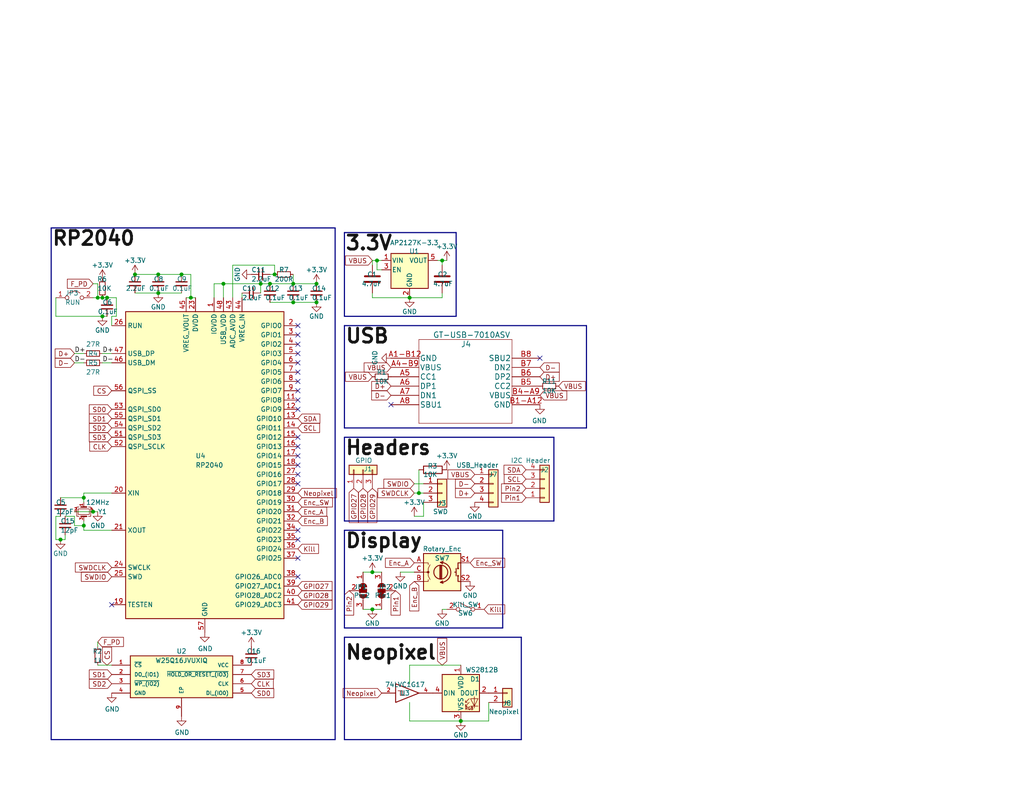
<source format=kicad_sch>
(kicad_sch (version 20230121) (generator eeschema)
  (paper "USLetter")
  (title_block (title "RP2040 V0 Display") (rev "V1") (comment 1 "Derived from TImmit99's V0 Display"))
  (lib_symbols
    (symbol "Device:C" (pin_numbers hide) (pin_names (offset 0.254))
      (property "Reference" "C" (at 0.635 2.54 0))
      (property "Value" "C" (at 0.635 -2.54 0))
      (symbol "C_0_1"
        (polyline (pts (xy -2.032 -0.762) (xy 2.032 -0.762)) (stroke (width 0.508)))
        (polyline (pts (xy -2.032 0.762) (xy 2.032 0.762)) (stroke (width 0.508)))
      )
      (symbol "C_1_1"
        (pin passive line (at 0 3.81 270) (length 2.794) (name "~") (number "1"))
        (pin passive line (at 0 -3.81 90) (length 2.794) (name "~") (number "2"))
      )
    )
    (symbol "Device:C_Small" (pin_numbers hide) (pin_names (offset 0.254) hide)
      (property "Reference" "C" (at 0.254 1.778 0))
      (property "Value" "C_Small" (at 0.254 -2.032 0))
      (symbol "C_Small_0_1"
        (polyline (pts (xy -1.524 -0.508) (xy 1.524 -0.508)) (stroke (width 0.3302)))
        (polyline (pts (xy -1.524 0.508) (xy 1.524 0.508)) (stroke (width 0.3048)))
      )
      (symbol "C_Small_1_1"
        (pin passive line (at 0 2.54 270) (length 2.032) (name "~") (number "1"))
        (pin passive line (at 0 -2.54 90) (length 2.032) (name "~") (number "2"))
      )
    )
    (symbol "Device:Crystal_GND24_Small" (pin_names (offset 1.016) hide)
      (property "Reference" "Y" (at 1.27 4.445 0))
      (property "Value" "Crystal_GND24_Small" (at 1.27 2.54 0))
      (symbol "Crystal_GND24_Small_0_1"
        (rectangle (start -0.762 -1.524) (end 0.762 1.524))
        (polyline (pts (xy -1.27 -0.762) (xy -1.27 0.762)) (stroke (width 0.381)))
        (polyline (pts (xy 1.27 -0.762) (xy 1.27 0.762)) (stroke (width 0.381)))
        (polyline (pts (xy -1.27 -1.27) (xy -1.27 -1.905) (xy 1.27 -1.905) (xy 1.27 -1.27)))
        (polyline (pts (xy -1.27 1.27) (xy -1.27 1.905) (xy 1.27 1.905) (xy 1.27 1.27)))
      )
      (symbol "Crystal_GND24_Small_1_1"
        (pin passive line (at -2.54 0 0) (length 1.27) (name "1") (number "1"))
        (pin passive line (at 0 -2.54 90) (length 0.635) (name "2") (number "2"))
        (pin passive line (at 2.54 0 180) (length 1.27) (name "3") (number "3"))
        (pin passive line (at 0 2.54 270) (length 0.635) (name "4") (number "4"))
      )
    )
    (symbol "Device:R_Small" (pin_numbers hide) (pin_names (offset 0.254) hide)
      (property "Reference" "R" (at 0.762 0.508 0))
      (property "Value" "R_Small" (at 0.762 -1.016 0))
      (symbol "R_Small_0_1"
        (rectangle (start -0.762 1.778) (end 0.762 -1.778) (stroke (width 0.2032)))
      )
      (symbol "R_Small_1_1"
        (pin passive line (at 0 2.54 270) (length 0.762) (name "~") (number "1"))
        (pin passive line (at 0 -2.54 90) (length 0.762) (name "~") (number "2"))
      )
    )
    (symbol "Jumper:Jumper_2_Open" (pin_names (offset 0) hide)
      (property "Reference" "JP" (at 0 2.794 0))
      (property "Value" "Jumper_2_Open" (at 0 -2.286 0))
      (symbol "Jumper_2_Open_0_0"
        (circle (center -2.032 0) (radius 0.508))
        (circle (center 2.032 0) (radius 0.508))
      )
      (symbol "Jumper_2_Open_0_1"
        (arc (start 1.524 1.27) (mid 0 1.778) (end -1.524 1.27))
      )
      (symbol "Jumper_2_Open_1_1"
        (pin passive line (at -5.08 0 0) (length 2.54) (name "A") (number "1"))
        (pin passive line (at 5.08 0 180) (length 2.54) (name "B") (number "2"))
      )
    )
    (symbol "MCU_RaspberryPi:RP2040"
      (property "Reference" "U" (at 17.78 45.72 0))
      (property "Value" "RP2040" (at 17.78 43.18 0))
      (symbol "RP2040_0_1"
        (rectangle (start -21.59 41.91) (end 21.59 -41.91) (stroke (width 0.254)) (fill (type background)))
      )
      (symbol "RP2040_1_1"
        (pin power_in line (at 2.54 45.72 270) (length 3.81) (name "IOVDD") (number "1"))
        (pin passive line (at 2.54 45.72 270) (length 3.81) hide (name "IOVDD") (number "10"))
        (pin bidirectional line (at 25.4 17.78 180) (length 3.81) (name "GPIO8") (number "11"))
        (pin bidirectional line (at 25.4 15.24 180) (length 3.81) (name "GPIO9") (number "12"))
        (pin bidirectional line (at 25.4 12.7 180) (length 3.81) (name "GPIO10") (number "13"))
        (pin bidirectional line (at 25.4 10.16 180) (length 3.81) (name "GPIO11") (number "14"))
        (pin bidirectional line (at 25.4 7.62 180) (length 3.81) (name "GPIO12") (number "15"))
        (pin bidirectional line (at 25.4 5.08 180) (length 3.81) (name "GPIO13") (number "16"))
        (pin bidirectional line (at 25.4 2.54 180) (length 3.81) (name "GPIO14") (number "17"))
        (pin bidirectional line (at 25.4 0 180) (length 3.81) (name "GPIO15") (number "18"))
        (pin input line (at -25.4 -38.1 0) (length 3.81) (name "TESTEN") (number "19"))
        (pin bidirectional line (at 25.4 38.1 180) (length 3.81) (name "GPIO0") (number "2"))
        (pin input line (at -25.4 -7.62 0) (length 3.81) (name "XIN") (number "20"))
        (pin passive line (at -25.4 -17.78 0) (length 3.81) (name "XOUT") (number "21"))
        (pin passive line (at 2.54 45.72 270) (length 3.81) hide (name "IOVDD") (number "22"))
        (pin power_in line (at -2.54 45.72 270) (length 3.81) (name "DVDD") (number "23"))
        (pin output line (at -25.4 -27.94 0) (length 3.81) (name "SWCLK") (number "24"))
        (pin bidirectional line (at -25.4 -30.48 0) (length 3.81) (name "SWD") (number "25"))
        (pin input line (at -25.4 38.1 0) (length 3.81) (name "RUN") (number "26"))
        (pin bidirectional line (at 25.4 -2.54 180) (length 3.81) (name "GPIO16") (number "27"))
        (pin bidirectional line (at 25.4 -5.08 180) (length 3.81) (name "GPIO17") (number "28"))
        (pin bidirectional line (at 25.4 -7.62 180) (length 3.81) (name "GPIO18") (number "29"))
        (pin bidirectional line (at 25.4 35.56 180) (length 3.81) (name "GPIO1") (number "3"))
        (pin bidirectional line (at 25.4 -10.16 180) (length 3.81) (name "GPIO19") (number "30"))
        (pin bidirectional line (at 25.4 -12.7 180) (length 3.81) (name "GPIO20") (number "31"))
        (pin bidirectional line (at 25.4 -15.24 180) (length 3.81) (name "GPIO21") (number "32"))
        (pin passive line (at 2.54 45.72 270) (length 3.81) hide (name "IOVDD") (number "33"))
        (pin bidirectional line (at 25.4 -17.78 180) (length 3.81) (name "GPIO22") (number "34"))
        (pin bidirectional line (at 25.4 -20.32 180) (length 3.81) (name "GPIO23") (number "35"))
        (pin bidirectional line (at 25.4 -22.86 180) (length 3.81) (name "GPIO24") (number "36"))
        (pin bidirectional line (at 25.4 -25.4 180) (length 3.81) (name "GPIO25") (number "37"))
        (pin bidirectional line (at 25.4 -30.48 180) (length 3.81) (name "GPIO26_ADC0") (number "38"))
        (pin bidirectional line (at 25.4 -33.02 180) (length 3.81) (name "GPIO27_ADC1") (number "39"))
        (pin bidirectional line (at 25.4 33.02 180) (length 3.81) (name "GPIO2") (number "4"))
        (pin bidirectional line (at 25.4 -35.56 180) (length 3.81) (name "GPIO28_ADC2") (number "40"))
        (pin bidirectional line (at 25.4 -38.1 180) (length 3.81) (name "GPIO29_ADC3") (number "41"))
        (pin passive line (at 2.54 45.72 270) (length 3.81) hide (name "IOVDD") (number "42"))
        (pin power_in line (at 7.62 45.72 270) (length 3.81) (name "ADC_AVDD") (number "43"))
        (pin power_in line (at 10.16 45.72 270) (length 3.81) (name "VREG_IN") (number "44"))
        (pin power_out line (at -5.08 45.72 270) (length 3.81) (name "VREG_VOUT") (number "45"))
        (pin bidirectional line (at -25.4 27.94 0) (length 3.81) (name "USB_DM") (number "46"))
        (pin bidirectional line (at -25.4 30.48 0) (length 3.81) (name "USB_DP") (number "47"))
        (pin power_in line (at 5.08 45.72 270) (length 3.81) (name "USB_VDD") (number "48"))
        (pin passive line (at 2.54 45.72 270) (length 3.81) hide (name "IOVDD") (number "49"))
        (pin bidirectional line (at 25.4 30.48 180) (length 3.81) (name "GPIO3") (number "5"))
        (pin passive line (at -2.54 45.72 270) (length 3.81) hide (name "DVDD") (number "50"))
        (pin bidirectional line (at -25.4 7.62 0) (length 3.81) (name "QSPI_SD3") (number "51"))
        (pin output line (at -25.4 5.08 0) (length 3.81) (name "QSPI_SCLK") (number "52"))
        (pin bidirectional line (at -25.4 15.24 0) (length 3.81) (name "QSPI_SD0") (number "53"))
        (pin bidirectional line (at -25.4 10.16 0) (length 3.81) (name "QSPI_SD2") (number "54"))
        (pin bidirectional line (at -25.4 12.7 0) (length 3.81) (name "QSPI_SD1") (number "55"))
        (pin bidirectional line (at -25.4 20.32 0) (length 3.81) (name "QSPI_SS") (number "56"))
        (pin power_in line (at 0 -45.72 90) (length 3.81) (name "GND") (number "57"))
        (pin bidirectional line (at 25.4 27.94 180) (length 3.81) (name "GPIO4") (number "6"))
        (pin bidirectional line (at 25.4 25.4 180) (length 3.81) (name "GPIO5") (number "7"))
        (pin bidirectional line (at 25.4 22.86 180) (length 3.81) (name "GPIO6") (number "8"))
        (pin bidirectional line (at 25.4 20.32 180) (length 3.81) (name "GPIO7") (number "9"))
      )
    )
    (symbol "V0_Display:74LVC1G17" (pin_names (offset 1.016))
      (property "Reference" "U" (at -2.54 3.81 0))
      (property "Value" "74LVC1G17" (at 0 -3.81 0))
      (symbol "74LVC1G17_0_1"
        (polyline (pts (xy -2.54 0.635) (xy -1.905 0.635) (xy -1.905 -0.635)))
        (polyline (pts (xy -3.81 2.54) (xy -3.81 -2.54) (xy 2.54 0) (xy -3.81 2.54)) (stroke (width 0.254)))
        (polyline (pts (xy -3.175 0.635) (xy -2.54 0.635) (xy -2.54 -0.635) (xy -1.27 -0.635)))
      )
      (symbol "74LVC1G17_1_1"
        (pin input line (at -7.62 0 0) (length 3.81) (name "~") (number "2"))
        (pin power_in line (at 0 -2.54 270) (length 0) hide (name "GND") (number "3"))
        (pin output line (at 6.35 0 180) (length 3.81) (name "~") (number "4"))
        (pin power_in line (at 0 2.54 90) (length 0) hide (name "VCC") (number "5"))
      )
    )
    (symbol "V0_Display:AP2127K-3.3" (pin_names (offset 0.254))
      (property "Reference" "U" (at -5.08 5.715 0))
      (property "Value" "AP2127K-3.3" (at 0 5.715 0))
      (symbol "AP2127K-3.3_0_1"
        (rectangle (start -5.08 4.445) (end 5.08 -5.08) (stroke (width 0.254)) (fill (type background)))
      )
      (symbol "AP2127K-3.3_1_1"
        (pin power_in line (at -7.62 2.54 0) (length 2.54) (name "VIN") (number "1"))
        (pin power_in line (at 0 -7.62 90) (length 2.54) (name "GND") (number "2"))
        (pin input line (at -7.62 0 0) (length 2.54) (name "EN") (number "3"))
        (pin no_connect line (at 7.62 0 180) (length 2.54) hide (name "NC") (number "4"))
        (pin power_out line (at 7.62 2.54 180) (length 2.54) (name "VOUT") (number "5"))
      )
    )
    (symbol "V0_Display:Conn_01x02" (pin_names (offset 1.016) hide)
      (property "Reference" "J" (at 0 2.54 0))
      (property "Value" "Conn_01x02" (at 0 -5.08 0))
      (symbol "Conn_01x02_1_1"
        (rectangle (start -1.27 -2.413) (end 0 -2.667) (stroke (width 0.1524)))
        (rectangle (start -1.27 0.127) (end 0 -0.127) (stroke (width 0.1524)))
        (rectangle (start -1.27 1.27) (end 1.27 -3.81) (stroke (width 0.254)) (fill (type background)))
        (pin passive line (at -5.08 0 0) (length 3.81) (name "Pin_1") (number "1"))
        (pin passive line (at -5.08 -2.54 0) (length 3.81) (name "Pin_2") (number "2"))
      )
    )
    (symbol "V0_Display:Conn_01x03" (pin_names (offset 1.016) hide)
      (property "Reference" "J" (at 0 5.08 0))
      (property "Value" "Conn_01x03" (at 0 -5.08 0))
      (symbol "Conn_01x03_1_1"
        (rectangle (start -1.27 -2.413) (end 0 -2.667) (stroke (width 0.1524)))
        (rectangle (start -1.27 0.127) (end 0 -0.127) (stroke (width 0.1524)))
        (rectangle (start -1.27 2.667) (end 0 2.413) (stroke (width 0.1524)))
        (rectangle (start -1.27 3.81) (end 1.27 -3.81) (stroke (width 0.254)) (fill (type background)))
        (pin passive line (at -5.08 2.54 0) (length 3.81) (name "Pin_1") (number "1"))
        (pin passive line (at -5.08 0 0) (length 3.81) (name "Pin_2") (number "2"))
        (pin passive line (at -5.08 -2.54 0) (length 3.81) (name "Pin_3") (number "3"))
      )
    )
    (symbol "V0_Display:Conn_01x04" (pin_names (offset 1.016) hide)
      (property "Reference" "J" (at 0 5.08 0))
      (property "Value" "Conn_01x04" (at 0 -7.62 0))
      (symbol "Conn_01x04_1_1"
        (rectangle (start -1.27 -4.953) (end 0 -5.207) (stroke (width 0.1524)))
        (rectangle (start -1.27 -2.413) (end 0 -2.667) (stroke (width 0.1524)))
        (rectangle (start -1.27 0.127) (end 0 -0.127) (stroke (width 0.1524)))
        (rectangle (start -1.27 2.667) (end 0 2.413) (stroke (width 0.1524)))
        (rectangle (start -1.27 3.81) (end 1.27 -6.35) (stroke (width 0.254)) (fill (type background)))
        (pin passive line (at -5.08 2.54 0) (length 3.81) (name "Pin_1") (number "1"))
        (pin passive line (at -5.08 0 0) (length 3.81) (name "Pin_2") (number "2"))
        (pin passive line (at -5.08 -2.54 0) (length 3.81) (name "Pin_3") (number "3"))
        (pin passive line (at -5.08 -5.08 0) (length 3.81) (name "Pin_4") (number "4"))
      )
    )
    (symbol "V0_Display:R" (pin_numbers hide) (pin_names (offset 0))
      (property "Reference" "R" (at 2.032 0 90))
      (property "Value" "R" (at 0 0 90))
      (symbol "R_0_1"
        (rectangle (start -1.016 -2.54) (end 1.016 2.54) (stroke (width 0.254)))
      )
      (symbol "R_1_1"
        (pin passive line (at 0 3.81 270) (length 1.27) (name "~") (number "1"))
        (pin passive line (at 0 -3.81 90) (length 1.27) (name "~") (number "2"))
      )
    )
    (symbol "V0_Display:Rotary_Encoder_Switch" (pin_names (offset 0.254) hide)
      (property "Reference" "SW" (at 0 6.604 0))
      (property "Value" "Rotary_Encoder_Switch" (at 0 -6.604 0))
      (symbol "Rotary_Encoder_Switch_0_1"
        (rectangle (start -5.08 5.08) (end 5.08 -5.08) (stroke (width 0.254)) (fill (type background)))
        (circle (center -3.81 0) (radius 0.254) (fill (type outline)))
        (arc (start -0.381 -2.794) (mid 2.3376 -0.0635) (end -0.381 2.667) (stroke (width 0.254)))
        (circle (center -0.381 0) (radius 1.905) (stroke (width 0.254)))
        (polyline (pts (xy -0.635 -1.778) (xy -0.635 1.778)) (stroke (width 0.254)))
        (polyline (pts (xy -0.381 -1.778) (xy -0.381 1.778)) (stroke (width 0.254)))
        (polyline (pts (xy -0.127 1.778) (xy -0.127 -1.778)) (stroke (width 0.254)))
        (polyline (pts (xy 3.81 0) (xy 3.429 0)) (stroke (width 0.254)))
        (polyline (pts (xy 3.81 1.016) (xy 3.81 -1.016)) (stroke (width 0.254)))
        (polyline (pts (xy -5.08 -2.54) (xy -3.81 -2.54) (xy -3.81 -2.032)))
        (polyline (pts (xy -5.08 2.54) (xy -3.81 2.54) (xy -3.81 2.032)))
        (polyline (pts (xy 0.254 -3.048) (xy -0.508 -2.794) (xy 0.127 -2.413)) (stroke (width 0.254)))
        (polyline (pts (xy 0.254 2.921) (xy -0.508 2.667) (xy 0.127 2.286)) (stroke (width 0.254)))
        (polyline (pts (xy 5.08 -2.54) (xy 4.318 -2.54) (xy 4.318 -1.016)) (stroke (width 0.254)))
        (polyline (pts (xy 5.08 2.54) (xy 4.318 2.54) (xy 4.318 1.016)) (stroke (width 0.254)))
        (polyline (pts (xy -5.08 0) (xy -3.81 0) (xy -3.81 -1.016) (xy -3.302 -2.032)))
        (polyline (pts (xy -4.318 0) (xy -3.81 0) (xy -3.81 1.016) (xy -3.302 2.032)))
        (circle (center 4.318 -1.016) (radius 0.127) (stroke (width 0.254)))
        (circle (center 4.318 1.016) (radius 0.127) (stroke (width 0.254)))
      )
      (symbol "Rotary_Encoder_Switch_1_1"
        (pin passive line (at -7.62 2.54 0) (length 2.54) (name "A") (number "A"))
        (pin passive line (at -7.62 -2.54 0) (length 2.54) (name "B") (number "B"))
        (pin passive line (at -7.62 0 0) (length 2.54) (name "C") (number "C"))
        (pin passive line (at 7.62 2.54 180) (length 2.54) (name "S1") (number "S1"))
        (pin passive line (at 7.62 -2.54 180) (length 2.54) (name "S2") (number "S2"))
      )
    )
    (symbol "V0_Display:SW_SPST" (pin_names (offset 0) hide)
      (property "Reference" "SW" (at 0 3.175 0))
      (property "Value" "SW_SPST" (at 0 -2.54 0))
      (symbol "SW_SPST_0_0"
        (circle (center -2.032 0) (radius 0.508))
        (polyline (pts (xy -1.524 0.254) (xy 1.524 1.778)))
        (circle (center 2.032 0) (radius 0.508))
      )
      (symbol "SW_SPST_1_1"
        (pin passive line (at -5.08 0 0) (length 2.54) (name "A") (number "1"))
        (pin passive line (at 5.08 0 180) (length 2.54) (name "B") (number "2"))
      )
    )
    (symbol "V0_Display:SolderJumper_3_Bridged12" (pin_names (offset 0) hide)
      (property "Reference" "JP" (at -2.54 -2.54 0))
      (property "Value" "SolderJumper_3_Bridged12" (at 0 2.794 0))
      (symbol "SolderJumper_3_Bridged12_0_1"
        (rectangle (start -1.016 0.508) (end -0.508 -0.508) (fill (type outline)))
        (arc (start -1.016 1.016) (mid -2.0276 0) (end -1.016 -1.016))
        (arc (start -1.016 1.016) (mid -2.0276 0) (end -1.016 -1.016) (fill (type outline)))
        (rectangle (start -0.508 1.016) (end 0.508 -1.016) (fill (type outline)))
        (polyline (pts (xy -2.54 0) (xy -2.032 0)))
        (polyline (pts (xy -1.016 1.016) (xy -1.016 -1.016)))
        (polyline (pts (xy 0 -1.27) (xy 0 -1.016)))
        (polyline (pts (xy 1.016 1.016) (xy 1.016 -1.016)))
        (polyline (pts (xy 2.54 0) (xy 2.032 0)))
        (arc (start 1.016 -1.016) (mid 2.0276 0) (end 1.016 1.016))
        (arc (start 1.016 -1.016) (mid 2.0276 0) (end 1.016 1.016) (fill (type outline)))
      )
      (symbol "SolderJumper_3_Bridged12_1_1"
        (pin passive line (at -5.08 0 0) (length 2.54) (name "A") (number "1"))
        (pin input line (at 0 -3.81 90) (length 2.54) (name "C") (number "2"))
        (pin passive line (at 5.08 0 180) (length 2.54) (name "B") (number "3"))
      )
    )
    (symbol "V0_Display:WS2812B" (pin_names (offset 0.254))
      (property "Reference" "D" (at 5.08 5.715 0))
      (property "Value" "WS2812B" (at 1.27 -5.715 0))
      (symbol "WS2812B_0_0"
        (text "RGB" (at 2.286 -4.191 0) (effects (font (size 0.762 0.762))))
      )
      (symbol "WS2812B_0_1"
        (polyline (pts (xy 1.27 -3.556) (xy 1.778 -3.556)))
        (polyline (pts (xy 1.27 -2.54) (xy 1.778 -2.54)))
        (polyline (pts (xy 4.699 -3.556) (xy 2.667 -3.556)))
        (polyline (pts (xy 2.286 -2.54) (xy 1.27 -3.556) (xy 1.27 -3.048)))
        (polyline (pts (xy 2.286 -1.524) (xy 1.27 -2.54) (xy 1.27 -2.032)))
        (polyline (pts (xy 3.683 -1.016) (xy 3.683 -3.556) (xy 3.683 -4.064)))
        (polyline (pts (xy 4.699 -1.524) (xy 2.667 -1.524) (xy 3.683 -3.556) (xy 4.699 -1.524)))
        (rectangle (start 5.08 5.08) (end -5.08 -5.08) (stroke (width 0.254)) (fill (type background)))
      )
      (symbol "WS2812B_1_1"
        (pin power_in line (at 0 7.62 270) (length 2.54) (name "VDD") (number "1"))
        (pin output line (at 7.62 0 180) (length 2.54) (name "DOUT") (number "2"))
        (pin power_in line (at 0 -7.62 90) (length 2.54) (name "VSS") (number "3"))
        (pin input line (at -7.62 0 0) (length 2.54) (name "DIN") (number "4"))
      )
    )
    (symbol "W25Q16JVUXIQ:W25Q16JVUXIQ" (pin_names (offset 1.016))
      (property "Reference" "U" (at 13.97 6.35 0))
      (property "Value" "W25Q16JVUXIQ" (at 13.97 3.81 0))
      (symbol "W25Q16JVUXIQ_0_0"
        (rectangle (start 5.08 2.54) (end 33.02 -8.89) (stroke (width 0.254)) (fill (type background)))
        (pin bidirectional line (at 0 0 0) (length 5.08) (name "~{CS}") (number "1"))
        (pin bidirectional line (at 0 -2.54 0) (length 5.08) (name "DO_(IO1)") (number "2"))
        (pin bidirectional line (at 0 -5.08 0) (length 5.08) (name "~{WP_(IO2)}") (number "3"))
        (pin bidirectional line (at 0 -7.62 0) (length 5.08) (name "GND") (number "4"))
        (pin bidirectional line (at 38.1 -7.62 180) (length 5.08) (name "DI_(IO0)") (number "5"))
        (pin bidirectional line (at 38.1 -5.08 180) (length 5.08) (name "CLK") (number "6"))
        (pin bidirectional line (at 38.1 -2.54 180) (length 5.08) (name "~{HOLD_OR_RESET_(IO3)}") (number "7"))
        (pin bidirectional line (at 38.1 0 180) (length 5.08) (name "VCC") (number "8"))
        (pin bidirectional line (at 19.05 -13.97 90) (length 5.08) (name "EP") (number "9"))
      )
    )
    (symbol "power:+3.3V" (power) (pin_names (offset 0))
      (property "Value" "+3.3V" (at 0 3.556 0))
      (symbol "+3.3V_0_1"
        (polyline (pts (xy -0.762 1.27) (xy 0 2.54)))
        (polyline (pts (xy 0 0) (xy 0 2.54)))
        (polyline (pts (xy 0 2.54) (xy 0.762 1.27)))
      )
      (symbol "+3.3V_1_1"
        (pin power_in line (at 0 0 90) (length 0) hide (name "+3.3V") (number "1"))
      )
    )
    (symbol "power:GND" (power) (pin_names (offset 0))
      (property "Value" "GND" (at 0 -3.81 0))
      (symbol "GND_0_1"
        (polyline (pts (xy 0 0) (xy 0 -1.27) (xy 1.27 -1.27) (xy 0 -2.54) (xy -1.27 -1.27) (xy 0 -1.27)))
      )
      (symbol "GND_1_1"
        (pin power_in line (at 0 0 270) (length 0) hide (name "GND") (number "1"))
      )
    )
    (symbol "ul_USB4105-GF-A:USB4105-GF-A" (pin_names (offset 0.254))
      (property "Reference" "J" (at 20.32 10.16 0))
      (property "Value" "USB4105-GF-A" (at 20.32 7.62 0))
      (symbol "USB4105-GF-A_1_1"
        (polyline (pts (xy 7.62 -17.78) (xy 33.02 -17.78)) (stroke (width 0.127)))
        (polyline (pts (xy 7.62 5.08) (xy 7.62 -17.78)) (stroke (width 0.127)))
        (polyline (pts (xy 33.02 -17.78) (xy 33.02 5.08)) (stroke (width 0.127)))
        (polyline (pts (xy 33.02 5.08) (xy 7.62 5.08)) (stroke (width 0.127)))
        (pin power_in line (at 0 0 0) (length 7.62) (name "GND") (number "A1-B12"))
        (pin power_in line (at 0 -2.54 0) (length 7.62) (name "VBUS") (number "A4-B9"))
        (pin bidirectional line (at 0 -5.08 0) (length 7.62) (name "CC1") (number "A5"))
        (pin bidirectional line (at 0 -7.62 0) (length 7.62) (name "DP1") (number "A6"))
        (pin bidirectional line (at 0 -10.16 0) (length 7.62) (name "DN1") (number "A7"))
        (pin bidirectional line (at 0 -12.7 0) (length 7.62) (name "SBU1") (number "A8"))
        (pin power_in line (at 40.64 -12.7 180) (length 7.62) (name "GND") (number "B1-A12"))
        (pin power_in line (at 40.64 -10.16 180) (length 7.62) (name "VBUS") (number "B4-A9"))
        (pin bidirectional line (at 40.64 -7.62 180) (length 7.62) (name "CC2") (number "B5"))
        (pin bidirectional line (at 40.64 -5.08 180) (length 7.62) (name "DP2") (number "B6"))
        (pin bidirectional line (at 40.64 -2.54 180) (length 7.62) (name "DN2") (number "B7"))
        (pin bidirectional line (at 40.64 0 180) (length 7.62) (name "SBU2") (number "B8"))
      )
    )
  )
  (junction (at 25.4 139.7))
  (junction (at 86.36 82.55))
  (junction (at 22.86 135.89))
  (junction (at 43.18 74.93))
  (junction (at 43.18 80.01))
  (junction (at 74.93 74.93))
  (junction (at 49.53 74.93))
  (junction (at 27.94 81.28))
  (junction (at 73.66 77.47))
  (junction (at 102.87 71.12))
  (junction (at 26.67 81.28))
  (junction (at 101.6 166.37))
  (junction (at 60.96 77.47))
  (junction (at 86.36 77.47))
  (junction (at 120.65 71.12))
  (junction (at 27.94 86.36))
  (junction (at 80.01 82.55))
  (junction (at 22.86 143.51))
  (junction (at 114.3 134.62))
  (junction (at 80.01 77.47))
  (junction (at 52.07 81.28))
  (junction (at 101.6 156.21))
  (junction (at 36.83 74.93))
  (junction (at 125.73 196.85))
  (junction (at 71.12 77.47))
  (junction (at 111.76 81.28))
  (junction (at 29.21 81.28))
  (junction (at 16.51 147.32))
  (no_connect (at 81.28 91.44))
  (no_connect (at 81.28 121.92))
  (no_connect (at 81.28 93.98))
  (no_connect (at 81.28 144.78))
  (no_connect (at 81.28 106.68))
  (no_connect (at 81.28 96.52))
  (no_connect (at 106.68 110.49))
  (no_connect (at 81.28 111.76))
  (no_connect (at 81.28 157.48))
  (no_connect (at 81.28 129.54))
  (no_connect (at 81.28 127))
  (no_connect (at 81.28 109.22))
  (no_connect (at 81.28 132.08))
  (no_connect (at 81.28 147.32))
  (no_connect (at 81.28 88.9))
  (no_connect (at 81.28 152.4))
  (no_connect (at 81.28 101.6))
  (no_connect (at 147.32 97.79))
  (no_connect (at 81.28 99.06))
  (no_connect (at 81.28 124.46))
  (no_connect (at 30.48 165.1))
  (no_connect (at 81.28 104.14))
  (no_connect (at 81.28 119.38))
  (wire (pts (xy 16.51 140.97) (xy 15.24 140.97)))
  (wire (pts (xy 111.76 81.28) (xy 120.65 81.28)))
  (wire (pts (xy 36.83 80.01) (xy 43.18 80.01)))
  (wire (pts (xy 52.07 74.93) (xy 52.07 81.28)))
  (wire (pts (xy 133.35 191.77) (xy 133.35 196.85)))
  (bus (pts (xy 160.02 116.84) (xy 160.02 88.9)))
  (wire (pts (xy 113.03 134.62) (xy 114.3 134.62)))
  (bus (pts (xy 93.98 142.24) (xy 151.13 142.24)))
  (bus (pts (xy 93.98 119.38) (xy 151.13 119.38)))
  (wire (pts (xy 22.86 134.62) (xy 22.86 135.89)))
  (bus (pts (xy 13.97 201.93) (xy 13.97 62.23)))
  (bus (pts (xy 93.98 86.36) (xy 124.46 86.36)))
  (wire (pts (xy 27.94 99.06) (xy 30.48 99.06)))
  (wire (pts (xy 30.48 134.62) (xy 22.86 134.62)))
  (wire (pts (xy 99.06 166.37) (xy 101.6 166.37)))
  (wire (pts (xy 115.57 137.16) (xy 115.57 140.97)))
  (wire (pts (xy 73.66 82.55) (xy 80.01 82.55)))
  (bus (pts (xy 124.46 63.5) (xy 93.98 63.5)))
  (wire (pts (xy 27.94 81.28) (xy 29.21 81.28)))
  (wire (pts (xy 52.07 81.28) (xy 53.34 81.28)))
  (wire (pts (xy 31.75 86.36) (xy 31.75 81.28)))
  (wire (pts (xy 101.6 166.37) (xy 104.14 166.37)))
  (wire (pts (xy 27.94 96.52) (xy 30.48 96.52)))
  (wire (pts (xy 30.48 86.36) (xy 31.75 86.36)))
  (wire (pts (xy 25.4 81.28) (xy 26.67 81.28)))
  (wire (pts (xy 71.12 77.47) (xy 73.66 77.47)))
  (wire (pts (xy 36.83 74.93) (xy 43.18 74.93)))
  (wire (pts (xy 15.24 81.28) (xy 15.24 86.36)))
  (wire (pts (xy 111.76 181.61) (xy 125.73 181.61)))
  (wire (pts (xy 15.24 86.36) (xy 27.94 86.36)))
  (wire (pts (xy 43.18 80.01) (xy 49.53 80.01)))
  (wire (pts (xy 22.86 142.24) (xy 22.86 143.51)))
  (bus (pts (xy 137.16 171.45) (xy 137.16 144.78)))
  (wire (pts (xy 101.6 81.28) (xy 111.76 81.28)))
  (bus (pts (xy 93.98 63.5) (xy 93.98 86.36)))
  (wire (pts (xy 104.14 73.66) (xy 102.87 73.66)))
  (wire (pts (xy 20.32 140.97) (xy 20.32 143.51)))
  (wire (pts (xy 80.01 74.93) (xy 80.01 77.47)))
  (bus (pts (xy 93.98 88.9) (xy 160.02 88.9)))
  (wire (pts (xy 20.32 99.06) (xy 22.86 99.06)))
  (wire (pts (xy 58.42 77.47) (xy 60.96 77.47)))
  (wire (pts (xy 101.6 72.39) (xy 101.6 71.12)))
  (wire (pts (xy 73.66 77.47) (xy 80.01 77.47)))
  (bus (pts (xy 124.46 86.36) (xy 124.46 63.5)))
  (wire (pts (xy 133.35 196.85) (xy 125.73 196.85)))
  (wire (pts (xy 26.67 77.47) (xy 26.67 81.28)))
  (wire (pts (xy 20.32 96.52) (xy 22.86 96.52)))
  (wire (pts (xy 22.86 135.89) (xy 22.86 137.16)))
  (wire (pts (xy 121.92 71.12) (xy 120.65 71.12)))
  (bus (pts (xy 137.16 144.78) (xy 93.98 144.78)))
  (wire (pts (xy 25.4 139.7) (xy 26.67 139.7)))
  (bus (pts (xy 91.44 62.23) (xy 91.44 201.93)))
  (bus (pts (xy 142.24 173.99) (xy 93.98 173.99)))
  (wire (pts (xy 120.65 166.37) (xy 121.92 166.37)))
  (wire (pts (xy 60.96 77.47) (xy 60.96 81.28)))
  (wire (pts (xy 26.67 181.61) (xy 30.48 181.61)))
  (wire (pts (xy 101.6 156.21) (xy 104.14 156.21)))
  (wire (pts (xy 74.93 72.39) (xy 63.5 72.39)))
  (wire (pts (xy 15.24 140.97) (xy 15.24 147.32)))
  (wire (pts (xy 111.76 191.77) (xy 111.76 196.85)))
  (wire (pts (xy 15.24 147.32) (xy 16.51 147.32)))
  (bus (pts (xy 93.98 144.78) (xy 93.98 171.45)))
  (bus (pts (xy 13.97 62.23) (xy 91.44 62.23)))
  (wire (pts (xy 102.87 73.66) (xy 102.87 71.12)))
  (wire (pts (xy 60.96 77.47) (xy 71.12 77.47)))
  (wire (pts (xy 49.53 74.93) (xy 52.07 74.93)))
  (bus (pts (xy 93.98 116.84) (xy 160.02 116.84)))
  (wire (pts (xy 26.67 81.28) (xy 27.94 81.28)))
  (wire (pts (xy 63.5 72.39) (xy 63.5 81.28)))
  (wire (pts (xy 66.04 80.01) (xy 66.04 81.28)))
  (bus (pts (xy 93.98 173.99) (xy 93.98 201.93)))
  (wire (pts (xy 80.01 77.47) (xy 86.36 77.47)))
  (bus (pts (xy 93.98 119.38) (xy 93.98 142.24)))
  (bus (pts (xy 142.24 201.93) (xy 142.24 173.99)))
  (wire (pts (xy 74.93 72.39) (xy 74.93 74.93)))
  (wire (pts (xy 120.65 80.01) (xy 120.65 81.28)))
  (wire (pts (xy 71.12 77.47) (xy 71.12 80.01)))
  (wire (pts (xy 58.42 81.28) (xy 58.42 77.47)))
  (wire (pts (xy 22.86 143.51) (xy 22.86 144.78)))
  (wire (pts (xy 120.65 72.39) (xy 120.65 71.12)))
  (wire (pts (xy 73.66 74.93) (xy 74.93 74.93)))
  (wire (pts (xy 111.76 196.85) (xy 125.73 196.85)))
  (wire (pts (xy 119.38 71.12) (xy 120.65 71.12)))
  (wire (pts (xy 20.32 139.7) (xy 25.4 139.7)))
  (bus (pts (xy 93.98 171.45) (xy 137.16 171.45)))
  (wire (pts (xy 25.4 77.47) (xy 26.67 77.47)))
  (wire (pts (xy 99.06 156.21) (xy 101.6 156.21)))
  (wire (pts (xy 101.6 71.12) (xy 102.87 71.12)))
  (wire (pts (xy 43.18 74.93) (xy 49.53 74.93)))
  (wire (pts (xy 17.78 146.05) (xy 17.78 147.32)))
  (wire (pts (xy 16.51 135.89) (xy 22.86 135.89)))
  (wire (pts (xy 115.57 132.08) (xy 113.03 132.08)))
  (wire (pts (xy 17.78 140.97) (xy 20.32 140.97)))
  (wire (pts (xy 17.78 147.32) (xy 16.51 147.32)))
  (wire (pts (xy 20.32 143.51) (xy 22.86 143.51)))
  (wire (pts (xy 30.48 144.78) (xy 22.86 144.78)))
  (wire (pts (xy 30.48 88.9) (xy 30.48 86.36)))
  (wire (pts (xy 113.03 156.21) (xy 109.22 156.21)))
  (bus (pts (xy 91.44 201.93) (xy 13.97 201.93)))
  (wire (pts (xy 102.87 71.12) (xy 104.14 71.12)))
  (wire (pts (xy 26.67 175.26) (xy 26.67 176.53)))
  (wire (pts (xy 114.3 128.27) (xy 114.3 134.62)))
  (wire (pts (xy 50.8 81.28) (xy 52.07 81.28)))
  (wire (pts (xy 111.76 181.61) (xy 111.76 186.69)))
  (bus (pts (xy 93.98 88.9) (xy 93.98 116.84)))
  (wire (pts (xy 113.03 140.97) (xy 115.57 140.97)))
  (wire (pts (xy 29.21 81.28) (xy 31.75 81.28)))
  (wire (pts (xy 101.6 80.01) (xy 101.6 81.28)))
  (bus (pts (xy 93.98 201.93) (xy 142.24 201.93)))
  (wire (pts (xy 27.94 86.36) (xy 29.21 86.36)))
  (wire (pts (xy 114.3 134.62) (xy 115.57 134.62)))
  (wire (pts (xy 80.01 82.55) (xy 86.36 82.55)))
  (bus (pts (xy 151.13 119.38) (xy 151.13 142.24)))
  (label "D+" (at 20.32 96.52 0))
  (label "USB" (at 93.98 95.25 0) (effects (font (size 3.81 3.81) (thickness 0.762) bold)))
  (label "Neopixel" (at 93.98 181.61 0) (effects (font (size 3.81 3.81) (thickness 0.762) bold)))
  (label "RP2040" (at 13.97 68.58 0) (effects (font (size 3.81 3.81) (thickness 0.762) bold)))
  (label "3.3V" (at 93.98 69.85 0) (effects (font (size 3.81 3.81) (thickness 0.762) bold)))
  (label "Display" (at 93.98 151.13 0) (effects (font (size 3.81 3.81) (thickness 0.762) bold)))
  (label "D+" (at 27.94 96.52 0))
  (label "D-" (at 27.94 99.06 0))
  (label "D-" (at 20.32 99.06 0))
  (label "Headers" (at 93.98 125.73 0) (effects (font (size 3.81 3.81) (thickness 0.762) bold)))
  (global_label "Enc_SW" (shape input) (at 128.27 153.67 0) (property "Intersheetrefs" "${INTERSHEET_REFS}" (effects hide)))
  (global_label "Enc_B" (shape input) (at 113.03 158.75 270) (property "Intersheetrefs" "${INTERSHEET_REFS}" (effects hide)))
  (global_label "Enc_SW" (shape input) (at 81.28 137.16 0) (property "Intersheetrefs" "${INTERSHEET_REFS}" (effects hide)))
  (global_label "Pin2" (shape input) (at 95.25 161.29 270) (property "Intersheetrefs" "${INTERSHEET_REFS}" (effects hide)))
  (global_label "GPIO29" (shape input) (at 81.28 165.1 0) (property "Intersheetrefs" "${INTERSHEET_REFS}" (effects hide)))
  (global_label "SD2" (shape input) (at 30.48 116.84 180) (property "Intersheetrefs" "${INTERSHEET_REFS}" (effects hide)))
  (global_label "Pin2" (shape input) (at 143.51 133.35 180) (property "Intersheetrefs" "${INTERSHEET_REFS}" (effects hide)))
  (global_label "Pin1" (shape input) (at 107.95 161.29 270) (property "Intersheetrefs" "${INTERSHEET_REFS}" (effects hide)))
  (global_label "SD1" (shape input) (at 30.48 114.3 180) (property "Intersheetrefs" "${INTERSHEET_REFS}" (effects hide)))
  (global_label "GPIO29" (shape input) (at 101.6 133.35 270) (property "Intersheetrefs" "${INTERSHEET_REFS}" (effects hide)))
  (global_label "VBUS" (shape input) (at 101.6 71.12 180) (property "Intersheetrefs" "${INTERSHEET_REFS}" (effects hide)))
  (global_label "Pin1" (shape input) (at 143.51 135.89 180) (property "Intersheetrefs" "${INTERSHEET_REFS}" (effects hide)))
  (global_label "D+" (shape input) (at 129.54 134.62 180) (property "Intersheetrefs" "${INTERSHEET_REFS}" (effects hide)))
  (global_label "CLK" (shape input) (at 30.48 121.92 180) (property "Intersheetrefs" "${INTERSHEET_REFS}" (effects hide)))
  (global_label "Enc_B" (shape input) (at 81.28 142.24 0) (property "Intersheetrefs" "${INTERSHEET_REFS}" (effects hide)))
  (global_label "SWDCLK" (shape input) (at 113.03 134.62 180) (property "Intersheetrefs" "${INTERSHEET_REFS}" (effects hide)))
  (global_label "SWDCLK" (shape input) (at 30.48 154.94 180) (property "Intersheetrefs" "${INTERSHEET_REFS}" (effects hide)))
  (global_label "D-" (shape input) (at 20.32 99.06 180) (property "Intersheetrefs" "${INTERSHEET_REFS}" (effects hide)))
  (global_label "Neopixel" (shape input) (at 104.14 189.23 180) (property "Intersheetrefs" "${INTERSHEET_REFS}" (effects hide)))
  (global_label "SD2" (shape input) (at 30.48 186.69 180) (property "Intersheetrefs" "${INTERSHEET_REFS}" (effects hide)))
  (global_label "VBUS" (shape input) (at 106.68 100.33 180) (property "Intersheetrefs" "${INTERSHEET_REFS}" (effects hide)))
  (global_label "SD3" (shape input) (at 68.58 184.15 0) (property "Intersheetrefs" "${INTERSHEET_REFS}" (effects hide)))
  (global_label "F_PD" (shape input) (at 25.4 77.47 180) (property "Intersheetrefs" "${INTERSHEET_REFS}" (effects hide)))
  (global_label "SWDIO" (shape input) (at 30.48 157.48 180) (property "Intersheetrefs" "${INTERSHEET_REFS}" (effects hide)))
  (global_label "VBUS" (shape input) (at 120.65 181.61 90) (property "Intersheetrefs" "${INTERSHEET_REFS}" (effects hide)))
  (global_label "GPIO27" (shape input) (at 81.28 160.02 0) (property "Intersheetrefs" "${INTERSHEET_REFS}" (effects hide)))
  (global_label "D+" (shape input) (at 147.32 102.87 0) (property "Intersheetrefs" "${INTERSHEET_REFS}" (effects hide)))
  (global_label "D+" (shape input) (at 20.32 96.52 180) (property "Intersheetrefs" "${INTERSHEET_REFS}" (effects hide)))
  (global_label "D-" (shape input) (at 147.32 100.33 0) (property "Intersheetrefs" "${INTERSHEET_REFS}" (effects hide)))
  (global_label "SCL" (shape input) (at 143.51 130.81 180) (property "Intersheetrefs" "${INTERSHEET_REFS}" (effects hide)))
  (global_label "D+" (shape input) (at 106.68 105.41 180) (property "Intersheetrefs" "${INTERSHEET_REFS}" (effects hide)))
  (global_label "SD0" (shape input) (at 68.58 189.23 0) (property "Intersheetrefs" "${INTERSHEET_REFS}" (effects hide)))
  (global_label "SCL" (shape input) (at 81.28 116.84 0) (property "Intersheetrefs" "${INTERSHEET_REFS}" (effects hide)))
  (global_label "CLK" (shape input) (at 68.58 186.69 0) (property "Intersheetrefs" "${INTERSHEET_REFS}" (effects hide)))
  (global_label "CS" (shape input) (at 30.48 106.68 180) (property "Intersheetrefs" "${INTERSHEET_REFS}" (effects hide)))
  (global_label "GPIO28" (shape input) (at 81.28 162.56 0) (property "Intersheetrefs" "${INTERSHEET_REFS}" (effects hide)))
  (global_label "GPIO28" (shape input) (at 99.06 133.35 270) (property "Intersheetrefs" "${INTERSHEET_REFS}" (effects hide)))
  (global_label "Kill" (shape input) (at 81.28 149.86 0) (property "Intersheetrefs" "${INTERSHEET_REFS}" (effects hide)))
  (global_label "VBUS" (shape input) (at 147.32 107.95 0) (property "Intersheetrefs" "${INTERSHEET_REFS}" (effects hide)))
  (global_label "Kill" (shape input) (at 132.08 166.37 0) (property "Intersheetrefs" "${INTERSHEET_REFS}" (effects hide)))
  (global_label "SDA" (shape input) (at 143.51 128.27 180) (property "Intersheetrefs" "${INTERSHEET_REFS}" (effects hide)))
  (global_label "SD0" (shape input) (at 30.48 111.76 180) (property "Intersheetrefs" "${INTERSHEET_REFS}" (effects hide)))
  (global_label "D-" (shape input) (at 106.68 107.95 180) (property "Intersheetrefs" "${INTERSHEET_REFS}" (effects hide)))
  (global_label "Enc_A" (shape input) (at 81.28 139.7 0) (property "Intersheetrefs" "${INTERSHEET_REFS}" (effects hide)))
  (global_label "SD1" (shape input) (at 30.48 184.15 180) (property "Intersheetrefs" "${INTERSHEET_REFS}" (effects hide)))
  (global_label "VBUS" (shape input) (at 152.4 105.41 0) (property "Intersheetrefs" "${INTERSHEET_REFS}" (effects hide)))
  (global_label "VBUS" (shape input) (at 129.54 129.54 180) (property "Intersheetrefs" "${INTERSHEET_REFS}" (effects hide)))
  (global_label "SDA" (shape input) (at 81.28 114.3 0) (property "Intersheetrefs" "${INTERSHEET_REFS}" (effects hide)))
  (global_label "Neopixel" (shape input) (at 81.28 134.62 0) (property "Intersheetrefs" "${INTERSHEET_REFS}" (effects hide)))
  (global_label "F_PD" (shape input) (at 26.67 175.26 0) (property "Intersheetrefs" "${INTERSHEET_REFS}" (effects hide)))
  (global_label "CS" (shape input) (at 29.21 181.61 90) (property "Intersheetrefs" "${INTERSHEET_REFS}" (effects hide)))
  (global_label "Enc_A" (shape input) (at 113.03 153.67 180) (property "Intersheetrefs" "${INTERSHEET_REFS}" (effects hide)))
  (global_label "GPIO27" (shape input) (at 96.52 133.35 270) (property "Intersheetrefs" "${INTERSHEET_REFS}" (effects hide)))
  (global_label "D-" (shape input) (at 129.54 132.08 180) (property "Intersheetrefs" "${INTERSHEET_REFS}" (effects hide)))
  (global_label "VBUS" (shape input) (at 101.6 102.87 180) (property "Intersheetrefs" "${INTERSHEET_REFS}" (effects hide)))
  (global_label "SWDIO" (shape input) (at 113.03 132.08 180) (property "Intersheetrefs" "${INTERSHEET_REFS}" (effects hide)))
  (global_label "SD3" (shape input) (at 30.48 119.38 180) (property "Intersheetrefs" "${INTERSHEET_REFS}" (effects hide)))
  (symbol (lib_id "V0_Display:Conn_01x04") (at 148.59 133.35 0) (mirror x) (unit 1)
    (property "Reference" "J2" (at 148.59 128.27 0))
    (property "Value" "I2C Header" (at 144.78 125.73 0))
    (property "Footprint" "V0-Display:1pt3in_OLED" (effects hide))
  )
  (symbol (lib_id "power:GND") (at 101.6 166.37 0) (unit 1)
    (property "Reference" "#PWR0107" (effects hide))
    (property "Value" "GND" (at 101.6 170.18 0))
  )
  (symbol (lib_id "power:GND") (at 120.65 166.37 0) (unit 1)
    (property "Reference" "#PWR0120" (effects hide))
    (property "Value" "GND" (at 120.65 170.18 0))
  )
  (symbol (lib_id "V0_Display:74LVC1G17") (at 111.76 189.23 0) (unit 1)
    (property "Reference" "U3" (at 110.49 189.23 0))
    (property "Value" "74LVC1G17" (at 110.49 186.9186 0))
    (property "Footprint" "Package_TO_SOT_SMD:SOT-23-5" (effects hide))
    (property "Datasheet" "http://www.ti.com/lit/sg/scyt129e/scyt129e.pdf" (effects hide))
    (property "LCSC" "C6076" (effects hide))
  )
  (symbol (lib_id "V0_Display:WS2812B") (at 125.73 189.23 0) (unit 1)
    (property "Reference" "D1" (at 128.27 185.42 0) (effects (justify left)))
    (property "Value" "WS2812B" (at 127 182.88 0) (effects (justify left)))
    (property "Footprint" "V0-Display:LED_WS2812B_PLCC4_5.0x5.0mm_P3.2mm" (effects hide))
    (property "Datasheet" "https://cdn-shop.adafruit.com/datasheets/WS2812B.pdf" (effects hide))
  )
  (symbol (lib_id "V0_Display:AP2127K-3.3") (at 111.76 73.66 0) (unit 1)
    (property "Reference" "U1" (at 113.03 68.58 0))
    (property "Value" "AP2127K-3.3" (at 113.03 66.2686 0))
    (property "Footprint" "Package_TO_SOT_SMD:SOT-23-5" (effects hide))
    (property "Datasheet" "https://www.diodes.com/assets/Datasheets/AP2127.pdf" (effects hide))
    (property "LCSC" "C156285" (effects hide))
  )
  (symbol (lib_id "Device:C") (at 120.65 76.2 0) (unit 1)
    (property "Reference" "C2" (at 119.38 74.93 0) (effects (justify left)))
    (property "Value" "4.7uF" (at 118.11 77.47 0) (effects (justify left)))
    (property "Footprint" "Capacitor_SMD:C_0603_1608Metric" (effects hide))
    (property "LCSC" "C1779" (effects hide))
  )
  (symbol (lib_id "V0_Display:Conn_01x03") (at 120.65 134.62 0) (unit 1)
    (property "Reference" "J3" (at 119.38 137.3886 0) (effects (justify left)))
    (property "Value" "SWD" (at 118.11 139.7 0) (effects (justify left)))
    (property "Footprint" "Connector_PinHeader_2.54mm:PinHeader_1x03_P2.54mm_Vertical" (effects hide))
  )
  (symbol (lib_id "Device:C") (at 101.6 76.2 0) (unit 1)
    (property "Reference" "C1" (at 102.87 74.93 0) (effects (justify right)))
    (property "Value" "4.7uF" (at 104.14 77.47 0) (effects (justify right)))
    (property "Footprint" "Capacitor_SMD:C_0603_1608Metric" (effects hide))
    (property "LCSC" "C1779" (effects hide))
  )
  (symbol (lib_id "power:GND") (at 125.73 196.85 0) (unit 1)
    (property "Reference" "#PWR0121" (effects hide))
    (property "Value" "GND" (at 125.73 200.66 0))
  )
  (symbol (lib_id "V0_Display:Rotary_Encoder_Switch") (at 120.65 156.21 0) (unit 1)
    (property "Reference" "SW7" (at 120.65 152.4 0))
    (property "Value" "Rotary_Enc" (at 120.65 149.86 0))
    (property "Footprint" "V0-Display:EN11_Encoder" (effects hide))
  )
  (symbol (lib_id "V0_Display:R") (at 118.11 128.27 90) (unit 1)
    (property "Reference" "R3" (at 119.38 127.2286 90) (effects (justify left)))
    (property "Value" "10K" (at 119.38 129.54 90) (effects (justify left)))
    (property "Footprint" "Resistor_SMD:R_0603_1608Metric" (effects hide))
    (property "LCSC" "C17414" (effects hide))
  )
  (symbol (lib_id "power:GND") (at 128.27 158.75 0) (unit 1)
    (property "Reference" "#PWR0122" (effects hide))
    (property "Value" "GND" (at 128.27 162.56 0))
  )
  (symbol (lib_id "power:GND") (at 111.76 81.28 0) (unit 1)
    (property "Reference" "#PWR0114" (effects hide))
    (property "Value" "GND" (at 111.76 85.09 0))
  )
  (symbol (lib_id "V0_Display:SW_SPST") (at 127 166.37 0) (mirror y) (unit 1)
    (property "Reference" "SW6" (at 127 167.4114 0))
    (property "Value" "Kill_SW" (at 127 165.1 0))
    (property "Footprint" "V0-Display:SW_PUSH_6mm" (effects hide))
  )
  (symbol (lib_id "power:GND") (at 109.22 156.21 0) (unit 1)
    (property "Reference" "#PWR0123" (effects hide))
    (property "Value" "GND" (at 109.22 160.02 0))
  )
  (symbol (lib_id "V0_Display:Conn_01x04") (at 134.62 132.08 0) (unit 1)
    (property "Reference" "J7" (at 133.35 129.54 0) (effects (justify left)))
    (property "Value" "USB_Header" (at 124.46 127 0) (effects (justify left)))
    (property "Footprint" "Connector_PinHeader_2.54mm:PinHeader_1x04_P2.54mm_Vertical" (effects hide))
  )
  (symbol (lib_id "power:GND") (at 129.54 137.16 0) (mirror y) (unit 1)
    (property "Reference" "#PWR0128" (effects hide))
    (property "Value" "GND" (at 129.54 140.97 0))
  )
  (symbol (lib_id "V0_Display:Conn_01x03") (at 99.06 128.27 90) (unit 1)
    (property "Reference" "J1" (at 101.6 128.0414 90) (effects (justify left)))
    (property "Value" "GPIO" (at 101.6 125.73 90) (effects (justify left)))
    (property "Footprint" "Connector_PinHeader_2.54mm:PinHeader_1x03_P2.54mm_Vertical" (effects hide))
  )
  (symbol (lib_id "V0_Display:Conn_01x02") (at 138.43 189.23 0) (unit 1)
    (property "Reference" "J8" (at 137.16 191.9986 0) (effects (justify left)))
    (property "Value" "Neopixel" (at 133.35 194.31 0) (effects (justify left)))
    (property "Footprint" "Connector_PinHeader_2.54mm:PinHeader_1x02_P2.54mm_Vertical" (effects hide))
  )
  (symbol (lib_id "V0_Display:SolderJumper_3_Bridged12") (at 99.06 161.29 270) (unit 1)
    (property "Reference" "JP1" (at 96.52 160.2486 90) (effects (justify left)))
    (property "Value" "Pin2" (at 96.52 162.56 90) (effects (justify left)))
    (property "Footprint" "Jumper:SolderJumper-3_P1.3mm_Bridged12_Pad1.0x1.5mm" (effects hide))
  )
  (symbol (lib_id "V0_Display:SolderJumper_3_Bridged12") (at 104.14 161.29 90) (unit 1)
    (property "Reference" "JP2" (at 106.68 160.2486 90) (effects (justify left)))
    (property "Value" "Pin1" (at 106.68 162.56 90) (effects (justify left)))
    (property "Footprint" "Jumper:SolderJumper-3_P1.3mm_Bridged12_Pad1.0x1.5mm" (effects hide))
  )
  (symbol (lib_id "Device:R_Small") (at 26.67 179.07 180) (unit 1)
    (property "Reference" "R2" (at 27.94 177.8 0) (effects (justify left)))
    (property "Value" "1k" (at 27.94 180.34 0) (effects (justify left)))
    (property "Footprint" "Resistor_SMD:R_0603_1608Metric" (effects hide))
    (property "Datasheet" "https://datasheet.lcsc.com/lcsc/2201041830_YAGEO-RT0805CRD0710KL_C868300.pdf" (effects hide))
    (property "MANUFACTURER" "YAGEO" (effects hide))
  )
  (symbol (lib_id "Device:R_Small") (at 77.47 74.93 90) (unit 1)
    (property "Reference" "R7" (at 77.47 73.66 90))
    (property "Value" "200R" (at 77.47 76.2 90))
    (property "Footprint" "Resistor_SMD:R_0603_1608Metric" (effects hide))
  )
  (symbol (lib_id "W25Q16JVUXIQ:W25Q16JVUXIQ") (at 30.48 181.61 0) (unit 1)
    (property "Reference" "U2" (at 49.53 177.8 0))
    (property "Value" "W25Q16JVUXIQ" (at 49.53 180.34 0))
    (property "Footprint" "footprints:W25Q16JVUXIQ" (effects hide))
    (property "MANUFACTURER_NAME" "Winbond" (effects hide))
    (property "HEIGHT" "0.6mm" (effects hide))
    (property "DESCRIPTION" "SPIFLASH, 3V, 16M-BIT, 4KB UNIFO" (effects hide))
    (property "MANUFACTURER_PART_NUMBER" "W25Q16JVUXIQ" (effects hide))
  )
  (symbol (lib_id "power:+3.3V") (at 101.6 156.21 0) (unit 1)
    (property "Reference" "#PWR019" (effects hide))
    (property "Value" "+3.3V" (at 101.6 152.4 0))
  )
  (symbol (lib_id "power:GND") (at 43.18 80.01 0) (unit 1)
    (property "Reference" "#PWR08" (effects hide))
    (property "Value" "GND" (at 43.18 83.82 0))
  )
  (symbol (lib_id "Device:R_Small") (at 25.4 96.52 90) (unit 1)
    (property "Reference" "R4" (at 25.4 96.52 90))
    (property "Value" "27R" (at 25.4 93.98 90))
    (property "Footprint" "Resistor_SMD:R_0603_1608Metric" (effects hide))
  )
  (symbol (lib_id "ul_USB4105-GF-A:USB4105-GF-A") (at 106.68 97.79 0) (unit 1)
    (property "Reference" "J4" (at 125.73 93.98 0) (effects (font (size 1.524 1.524)) (justify left)))
    (property "Value" "GT-USB-7010ASV" (at 118.11 91.44 0) (effects (font (size 1.524 1.524)) (justify left)))
    (property "Footprint" "Connector_USB:USB_C_Receptacle_G-Switch_GT-USB-7010ASV" (effects hide))
    (property "Datasheet" "https://gct.co/files/drawings/usb4105.pdf" (effects hide))
    (property "MANUFACTURER" "GCT" (effects hide))
  )
  (symbol (lib_id "power:+3.3V") (at 121.92 71.12 0) (unit 1)
    (property "Reference" "#PWR016" (effects hide))
    (property "Value" "+3.3V" (at 121.92 67.31 0))
  )
  (symbol (lib_id "power:+3.3V") (at 36.83 74.93 0) (unit 1)
    (property "Reference" "#PWR07" (effects hide))
    (property "Value" "+3.3V" (at 36.83 71.12 0))
  )
  (symbol (lib_id "Device:Crystal_GND24_Small") (at 22.86 139.7 270) (unit 1)
    (property "Reference" "Y1" (at 27.94 139.7 90))
    (property "Value" "12MHz" (at 26.67 137.16 90))
    (property "Footprint" "Oscillator:Oscillator_SMD_SeikoEpson_SG8002CE-4Pin_3.2x2.5mm" (effects hide))
    (property "Datasheet" "https://datasheet.lcsc.com/lcsc/2202231530_HD-7B012000M01_C654949.pdf" (effects hide))
    (property "MANUFACTURER" "HD" (effects hide))
  )
  (symbol (lib_id "power:+3.3V") (at 113.03 140.97 0) (unit 1)
    (property "Reference" "#PWR018" (effects hide))
    (property "Value" "+3.3V" (at 113.03 137.16 0))
  )
  (symbol (lib_id "Device:C_Small") (at 73.66 80.01 0) (unit 1)
    (property "Reference" "C12" (at 72.39 78.74 0) (effects (justify left)))
    (property "Value" "0.1uF" (at 72.39 81.28 0) (effects (justify left)))
    (property "Footprint" "Capacitor_SMD:C_0603_1608Metric" (effects hide))
    (property "Datasheet" "https://datasheet.lcsc.com/lcsc/1811081810_Samsung-Electro-Mechanics-CL21B104JBCNNNC_C62912.pdf" (effects hide))
    (property "MANUFACTURER" "Samsung Electro Mechanics" (effects hide))
  )
  (symbol (lib_id "power:GND") (at 26.67 139.7 0) (unit 1)
    (property "Reference" "#PWR05" (effects hide))
    (property "Value" "GND" (at 26.67 143.51 0))
  )
  (symbol (lib_id "power:+3.3V") (at 86.36 77.47 0) (unit 1)
    (property "Reference" "#PWR010" (effects hide))
    (property "Value" "+3.3V" (at 86.36 73.66 0))
  )
  (symbol (lib_id "power:GND") (at 27.94 86.36 0) (unit 1)
    (property "Reference" "#PWR06" (effects hide))
    (property "Value" "GND" (at 27.94 90.17 0))
  )
  (symbol (lib_id "power:GND") (at 16.51 147.32 0) (unit 1)
    (property "Reference" "#PWR04" (effects hide))
    (property "Value" "GND" (at 16.51 151.13 0))
  )
  (symbol (lib_id "Device:R_Small") (at 149.86 105.41 90) (unit 1)
    (property "Reference" "R11" (at 149.86 104.14 90))
    (property "Value" "10K" (at 149.86 106.68 90))
    (property "Footprint" "Resistor_SMD:R_0603_1608Metric" (effects hide))
  )
  (symbol (lib_id "Device:R_Small") (at 25.4 99.06 270) (unit 1)
    (property "Reference" "R5" (at 25.4 99.06 90))
    (property "Value" "27R" (at 25.4 101.6 90))
    (property "Footprint" "Resistor_SMD:R_0603_1608Metric" (effects hide))
  )
  (symbol (lib_id "power:GND") (at 68.58 74.93 270) (unit 1)
    (property "Reference" "#PWR09" (effects hide))
    (property "Value" "GND" (at 64.77 74.93 0))
  )
  (symbol (lib_id "Device:C_Small") (at 71.12 74.93 270) (unit 1)
    (property "Reference" "C11" (at 68.58 73.66 90) (effects (justify left)))
    (property "Value" "2.2uF" (at 68.58 76.2 90) (effects (justify left)))
    (property "Footprint" "Capacitor_SMD:C_0603_1608Metric" (effects hide))
  )
  (symbol (lib_id "power:GND") (at 106.68 97.79 270) (mirror x) (unit 1)
    (property "Reference" "#PWR020" (effects hide))
    (property "Value" "GND" (at 102.2858 97.663 0))
  )
  (symbol (lib_id "Device:C_Small") (at 29.21 83.82 180) (unit 1)
    (property "Reference" "C6" (at 27.94 82.5435 0) (effects (justify right)))
    (property "Value" "0.1uF" (at 26.67 85.09 0) (effects (justify right)))
    (property "Footprint" "Capacitor_SMD:C_0603_1608Metric" (effects hide))
    (property "Datasheet" "https://datasheet.lcsc.com/lcsc/1811081810_Samsung-Electro-Mechanics-CL21B104JBCNNNC_C62912.pdf" (effects hide))
    (property "MANUFACTURER" "Samsung Electro Mechanics" (effects hide))
  )
  (symbol (lib_id "Device:C_Small") (at 68.58 80.01 270) (unit 1)
    (property "Reference" "C10" (at 66.04 78.74 90) (effects (justify left)))
    (property "Value" "2.2uF" (at 66.04 81.28 90) (effects (justify left)))
    (property "Footprint" "Capacitor_SMD:C_0603_1608Metric" (effects hide))
  )
  (symbol (lib_id "power:+3.3V") (at 68.58 176.53 0) (unit 1)
    (property "Reference" "#PWR012" (effects hide))
    (property "Value" "+3.3V" (at 68.58 172.72 0))
  )
  (symbol (lib_id "power:GND") (at 30.48 189.23 0) (unit 1)
    (property "Reference" "#PWR02" (effects hide))
    (property "Value" "GND" (at 30.607 193.6242 0))
  )
  (symbol (lib_id "Device:R_Small") (at 27.94 78.74 180) (unit 1)
    (property "Reference" "R6" (at 29.21 76.2 0) (effects (justify left)))
    (property "Value" "10K" (at 30.48 78.74 0) (effects (justify left)))
    (property "Footprint" "Resistor_SMD:R_0603_1608Metric" (effects hide))
    (property "Datasheet" "https://datasheet.lcsc.com/lcsc/2201041830_YAGEO-RT0805CRD0710KL_C868300.pdf" (effects hide))
    (property "MANUFACTURER" "YAGEO" (effects hide))
  )
  (symbol (lib_id "power:+3.3V") (at 27.94 76.2 0) (unit 1)
    (property "Reference" "#PWR015" (effects hide))
    (property "Value" "+3.3V" (at 27.94 72.39 0))
  )
  (symbol (lib_id "power:GND") (at 55.88 172.72 0) (unit 1)
    (property "Reference" "#PWR01" (effects hide))
    (property "Value" "GND" (at 56.007 177.1142 0))
  )
  (symbol (lib_id "Jumper:Jumper_2_Open") (at 20.32 81.28 0) (unit 1)
    (property "Reference" "JP3" (at 17.78 80.01 0) (effects (justify left)))
    (property "Value" "RUN" (at 17.78 82.55 0) (effects (justify left)))
    (property "Footprint" "Button_Switch_SMD:SW_SPST_FSMSM" (effects hide))
  )
  (symbol (lib_id "power:+3.3V") (at 121.92 128.27 0) (unit 1)
    (property "Reference" "#PWR017" (effects hide))
    (property "Value" "+3.3V" (at 121.92 124.46 0))
  )
  (symbol (lib_id "Device:C_Small") (at 49.53 77.47 0) (unit 1)
    (property "Reference" "C9" (at 48.26 76.2 0) (effects (justify left)))
    (property "Value" "0.1uF" (at 46.99 78.74 0) (effects (justify left)))
    (property "Footprint" "Capacitor_SMD:C_0603_1608Metric" (effects hide))
    (property "Datasheet" "https://datasheet.lcsc.com/lcsc/1811081810_Samsung-Electro-Mechanics-CL21B104JBCNNNC_C62912.pdf" (effects hide))
    (property "MANUFACTURER" "Samsung Electro Mechanics" (effects hide))
  )
  (symbol (lib_id "Device:C_Small") (at 80.01 80.01 0) (unit 1)
    (property "Reference" "C13" (at 78.74 78.74 0) (effects (justify left)))
    (property "Value" "0.1uF" (at 78.74 81.28 0) (effects (justify left)))
    (property "Footprint" "Capacitor_SMD:C_0603_1608Metric" (effects hide))
    (property "Datasheet" "https://datasheet.lcsc.com/lcsc/1811081810_Samsung-Electro-Mechanics-CL21B104JBCNNNC_C62912.pdf" (effects hide))
    (property "MANUFACTURER" "Samsung Electro Mechanics" (effects hide))
  )
  (symbol (lib_id "Device:C_Small") (at 68.58 179.07 180) (unit 1)
    (property "Reference" "C16" (at 67.31 177.7935 0) (effects (justify right)))
    (property "Value" "0.1uF" (at 67.31 180.34 0) (effects (justify right)))
    (property "Footprint" "Capacitor_SMD:C_0603_1608Metric" (effects hide))
    (property "Datasheet" "https://datasheet.lcsc.com/lcsc/1811081810_Samsung-Electro-Mechanics-CL21B104JBCNNNC_C62912.pdf" (effects hide))
    (property "MANUFACTURER" "Samsung Electro Mechanics" (effects hide))
  )
  (symbol (lib_id "Device:R_Small") (at 104.14 102.87 90) (unit 1)
    (property "Reference" "R1" (at 104.14 101.6 90))
    (property "Value" "10K" (at 104.14 104.14 90))
    (property "Footprint" "Resistor_SMD:R_0603_1608Metric" (effects hide))
  )
  (symbol (lib_id "power:GND") (at 49.53 195.58 0) (unit 1)
    (property "Reference" "#PWR03" (effects hide))
    (property "Value" "GND" (at 49.657 199.9742 0))
  )
  (symbol (lib_id "Device:C_Small") (at 86.36 80.01 0) (unit 1)
    (property "Reference" "C14" (at 85.09 78.74 0) (effects (justify left)))
    (property "Value" "0.1uF" (at 85.09 81.28 0) (effects (justify left)))
    (property "Footprint" "Capacitor_SMD:C_0603_1608Metric" (effects hide))
    (property "Datasheet" "https://datasheet.lcsc.com/lcsc/1811081810_Samsung-Electro-Mechanics-CL21B104JBCNNNC_C62912.pdf" (effects hide))
    (property "MANUFACTURER" "Samsung Electro Mechanics" (effects hide))
  )
  (symbol (lib_id "Device:C_Small") (at 16.51 138.43 0) (unit 1)
    (property "Reference" "C5" (at 15.24 137.16 0) (effects (justify left)))
    (property "Value" "12pF" (at 15.24 139.7 0) (effects (justify left)))
    (property "Footprint" "Capacitor_SMD:C_0603_1608Metric" (effects hide))
  )
  (symbol (lib_id "power:GND") (at 86.36 82.55 0) (unit 1)
    (property "Reference" "#PWR011" (effects hide))
    (property "Value" "GND" (at 86.36 86.36 0))
  )
  (symbol (lib_id "Device:C_Small") (at 17.78 143.51 0) (unit 1)
    (property "Reference" "C15" (at 16.51 142.24 0) (effects (justify left)))
    (property "Value" "12pF" (at 16.51 144.78 0) (effects (justify left)))
    (property "Footprint" "Capacitor_SMD:C_0603_1608Metric" (effects hide))
  )
  (symbol (lib_id "Device:C_Small") (at 43.18 77.47 0) (unit 1)
    (property "Reference" "C8" (at 41.91 76.2 0) (effects (justify left)))
    (property "Value" "0.1uF" (at 40.64 78.74 0) (effects (justify left)))
    (property "Footprint" "Capacitor_SMD:C_0603_1608Metric" (effects hide))
    (property "Datasheet" "https://datasheet.lcsc.com/lcsc/1811081810_Samsung-Electro-Mechanics-CL21B104JBCNNNC_C62912.pdf" (effects hide))
    (property "MANUFACTURER" "Samsung Electro Mechanics" (effects hide))
  )
  (symbol (lib_id "Device:C_Small") (at 36.83 77.47 0) (unit 1)
    (property "Reference" "C7" (at 35.56 76.2 0) (effects (justify left)))
    (property "Value" "2.2uF" (at 34.29 78.74 0) (effects (justify left)))
    (property "Footprint" "Capacitor_SMD:C_0603_1608Metric" (effects hide))
  )
  (symbol (lib_id "MCU_RaspberryPi:RP2040") (at 55.88 127 0) (unit 1)
    (property "Reference" "U4" (at 53.34 124.46 0) (effects (justify left)))
    (property "Value" "RP2040" (at 53.34 127 0) (effects (justify left)))
    (property "Footprint" "Package_DFN_QFN:QFN-56-1EP_7x7mm_P0.4mm_EP3.2x3.2mm" (effects hide))
    (property "Datasheet" "https://datasheets.raspberrypi.com/rp2040/rp2040-datasheet.pdf" (effects hide))
  )
  (symbol (lib_id "power:GND") (at 147.32 110.49 0) (mirror y) (unit 1)
    (property "Reference" "#PWR021" (effects hide))
    (property "Value" "GND" (at 147.193 114.8842 0))
  )
)
</source>
